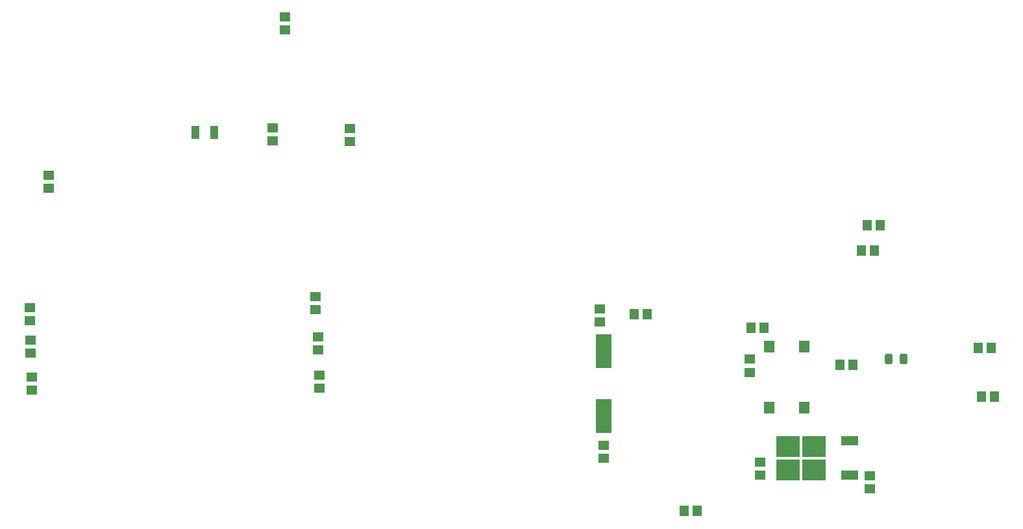
<source format=gbr>
%TF.GenerationSoftware,KiCad,Pcbnew,(6.0.5)*%
%TF.CreationDate,2022-07-22T17:00:06-04:00*%
%TF.ProjectId,Clock,436c6f63-6b2e-46b6-9963-61645f706362,rev?*%
%TF.SameCoordinates,PX4c4b400PY8a48640*%
%TF.FileFunction,Paste,Top*%
%TF.FilePolarity,Positive*%
%FSLAX46Y46*%
G04 Gerber Fmt 4.6, Leading zero omitted, Abs format (unit mm)*
G04 Created by KiCad (PCBNEW (6.0.5)) date 2022-07-22 17:00:06*
%MOMM*%
%LPD*%
G01*
G04 APERTURE LIST*
G04 Aperture macros list*
%AMRoundRect*
0 Rectangle with rounded corners*
0 $1 Rounding radius*
0 $2 $3 $4 $5 $6 $7 $8 $9 X,Y pos of 4 corners*
0 Add a 4 corners polygon primitive as box body*
4,1,4,$2,$3,$4,$5,$6,$7,$8,$9,$2,$3,0*
0 Add four circle primitives for the rounded corners*
1,1,$1+$1,$2,$3*
1,1,$1+$1,$4,$5*
1,1,$1+$1,$6,$7*
1,1,$1+$1,$8,$9*
0 Add four rect primitives between the rounded corners*
20,1,$1+$1,$2,$3,$4,$5,0*
20,1,$1+$1,$4,$5,$6,$7,0*
20,1,$1+$1,$6,$7,$8,$9,0*
20,1,$1+$1,$8,$9,$2,$3,0*%
G04 Aperture macros list end*
%ADD10R,1.000000X1.800000*%
%ADD11R,1.150000X1.400000*%
%ADD12R,1.400000X1.150000*%
%ADD13R,3.050000X2.750000*%
%ADD14R,2.200000X1.200000*%
%ADD15R,2.000000X4.500000*%
%ADD16RoundRect,0.243750X-0.243750X-0.456250X0.243750X-0.456250X0.243750X0.456250X-0.243750X0.456250X0*%
%ADD17R,1.400000X1.600000*%
G04 APERTURE END LIST*
D10*
%TO.C,Y2*%
X28468000Y53296000D03*
X30968000Y53296000D03*
%TD*%
D11*
%TO.C,R1*%
X85774000Y29557000D03*
X87474000Y29557000D03*
%TD*%
D12*
%TO.C,C6*%
X81798000Y12500000D03*
X81798000Y10800000D03*
%TD*%
D11*
%TO.C,R7*%
X114250000Y23000000D03*
X112550000Y23000000D03*
%TD*%
D12*
%TO.C,C13*%
X100800000Y23700000D03*
X100800000Y22000000D03*
%TD*%
%TO.C,R6*%
X44200000Y30200000D03*
X44200000Y31900000D03*
%TD*%
%TO.C,C3*%
X102200000Y10300000D03*
X102200000Y8600000D03*
%TD*%
D13*
%TO.C,U1*%
X109200000Y12350000D03*
X105850000Y12350000D03*
X105850000Y9300000D03*
X109200000Y9300000D03*
D14*
X113825000Y8545000D03*
X113825000Y13105000D03*
%TD*%
D12*
%TO.C,C10*%
X7000000Y26200000D03*
X7000000Y24500000D03*
%TD*%
D11*
%TO.C,C4*%
X92251000Y3903000D03*
X93951000Y3903000D03*
%TD*%
D12*
%TO.C,C9*%
X44700000Y21600000D03*
X44700000Y19900000D03*
%TD*%
D11*
%TO.C,R2*%
X115400000Y37900000D03*
X117100000Y37900000D03*
%TD*%
D15*
%TO.C,Y1*%
X81798000Y24790000D03*
X81798000Y16290000D03*
%TD*%
D16*
%TO.C,D3*%
X118962500Y23700000D03*
X120837500Y23700000D03*
%TD*%
D12*
%TO.C,C7*%
X44500000Y26650000D03*
X44500000Y24950000D03*
%TD*%
%TO.C,R4*%
X48700000Y53800000D03*
X48700000Y52100000D03*
%TD*%
%TO.C,C5*%
X81290000Y28580000D03*
X81290000Y30280000D03*
%TD*%
%TO.C,R12*%
X38600000Y52150000D03*
X38600000Y53850000D03*
%TD*%
D11*
%TO.C,R9*%
X132700000Y18800000D03*
X131000000Y18800000D03*
%TD*%
D12*
%TO.C,R5*%
X9400000Y47700000D03*
X9400000Y46000000D03*
%TD*%
D11*
%TO.C,R3*%
X116150000Y41200000D03*
X117850000Y41200000D03*
%TD*%
%TO.C,C12*%
X130650000Y25200000D03*
X132350000Y25200000D03*
%TD*%
D12*
%TO.C,C2*%
X116500000Y8500000D03*
X116500000Y6800000D03*
%TD*%
%TO.C,R8*%
X6900000Y28700000D03*
X6900000Y30400000D03*
%TD*%
D17*
%TO.C,SW2*%
X107888000Y25366000D03*
X107888000Y17366000D03*
X103388000Y25366000D03*
X103388000Y17366000D03*
%TD*%
D11*
%TO.C,C1*%
X100950000Y27800000D03*
X102650000Y27800000D03*
%TD*%
D12*
%TO.C,C8*%
X7200000Y21350000D03*
X7200000Y19650000D03*
%TD*%
%TO.C,R13*%
X40200000Y68400000D03*
X40200000Y66700000D03*
%TD*%
M02*

</source>
